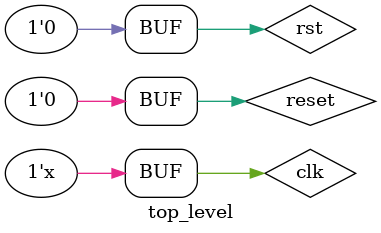
<source format=v>
`timescale 1ns/1ps

module top_level( );

wire [31:0]cache_addr_instr, npu_data, npu_data_out;
wire [31:0]dout;
wire full, ifull;
wire we, c_we, o_re, o_em;
wire [31:0]confi;
wire valid;
wire CLK0_OUT, CLK2X_OUT, CLK_IBUFG_OUT, LOCKED_OUT;
reg clk, reset, rst;

initial begin
	clk = 1'b1;
	reset = 1'b1;
	rst = 1'b1;
	#50 reset = 1'b0; 
	#400 rst = 1'b0;
end

always begin
	#5 clk = ~clk;
end


clocking1 instance_name (
    .CLKIN_IN(clk), 
    .RST_IN(reset), 
    .CLKIN_IBUFG_OUT(CLKIN_IBUFG_OUT), 
    .CLK0_OUT(CLK_OUT), 
    .CLK2X_OUT(CLK2X_OUT), 
    .LOCKED_OUT(LOCKED_OUT)
    );
	 
Processor Processor_0 (
	// Outputs
	.cache_addr_instr		(cache_addr_instr),
	.cache_addr_data		(),
	.cache_wr_data			(),
	.cache_rw_data			(),
	.cache_valid_instr		(),
	.cache_valid_data		(),
	.cache_flush_data		(),
	.npu_input_fifo			(npu_data),
	.npu_input_fifo_we		(we),
	.npu_config_fifo		(confi),
	.npu_config_fifo_we		(c_we),
	.npu_output_fifo_re		(o_re),
	.halt					(),

	// Inputs
	.cache_rd_instr			(dout),
	.cache_rd_data			(),
	.cache_ready_instr		(1'b1),
	.cache_ready_data		(1'b1),
	.npu_output_fifo		(npu_data_out),
	.npu_output_fifo_empty	(o_em),
	.npu_input_fifo_full	(ifull),
	.npu_config_fifo_full	(full),
	.clk					(CLKIN_IBUFG_OUT),
	.clk_x2					(CLK2X_OUT),
	.rst_n					(~rst)
);


I_cache icache (
	.clka(CLKIN_IBUFG_OUT),
	.rsta(rst),
	.addra(cache_addr_instr[9:0]), // Bus [9 : 0] 
	.douta(dout)); 


npu npu_test(
    .CLK (CLKIN_IBUFG_OUT),
    .RST (rst),
    .npu_input_data(npu_data),          // 31..0
    .npu_input_fifo_write_enable(we),
    .npu_config_data(confi[25:0]),           //25..0
    .npu_config_fifo_write_enable(c_we),
    .npu_output_fifo_read_enable(o_re),
    .npu_output_data(npu_data_out),        //31..0
    .npu_output_fifo_empty(o_em),
    .npu_input_fifo_full(ifull),
    .npu_config_fifo_full(full)
    );

endmodule

</source>
